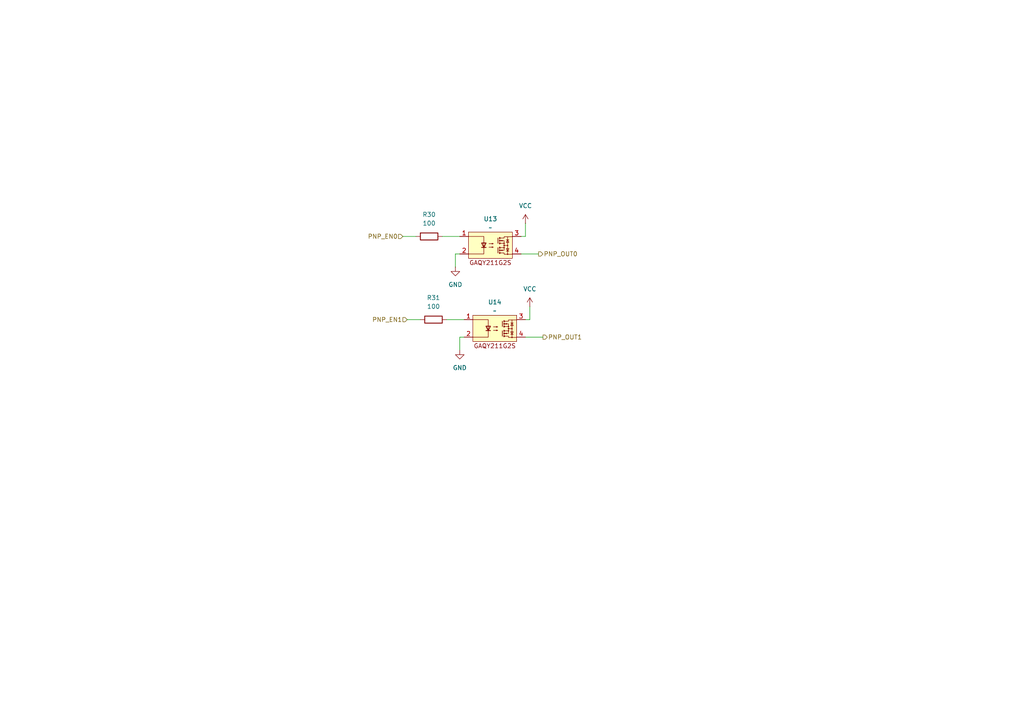
<source format=kicad_sch>
(kicad_sch
	(version 20250114)
	(generator "eeschema")
	(generator_version "9.0")
	(uuid "6b90f695-c192-42b5-bcb6-eae49eac3079")
	(paper "A4")
	(lib_symbols
		(symbol "Device:R"
			(pin_numbers
				(hide yes)
			)
			(pin_names
				(offset 0)
			)
			(exclude_from_sim no)
			(in_bom yes)
			(on_board yes)
			(property "Reference" "R"
				(at 2.032 0 90)
				(effects
					(font
						(size 1.27 1.27)
					)
				)
			)
			(property "Value" "R"
				(at 0 0 90)
				(effects
					(font
						(size 1.27 1.27)
					)
				)
			)
			(property "Footprint" ""
				(at -1.778 0 90)
				(effects
					(font
						(size 1.27 1.27)
					)
					(hide yes)
				)
			)
			(property "Datasheet" "~"
				(at 0 0 0)
				(effects
					(font
						(size 1.27 1.27)
					)
					(hide yes)
				)
			)
			(property "Description" "Resistor"
				(at 0 0 0)
				(effects
					(font
						(size 1.27 1.27)
					)
					(hide yes)
				)
			)
			(property "ki_keywords" "R res resistor"
				(at 0 0 0)
				(effects
					(font
						(size 1.27 1.27)
					)
					(hide yes)
				)
			)
			(property "ki_fp_filters" "R_*"
				(at 0 0 0)
				(effects
					(font
						(size 1.27 1.27)
					)
					(hide yes)
				)
			)
			(symbol "R_0_1"
				(rectangle
					(start -1.016 -2.54)
					(end 1.016 2.54)
					(stroke
						(width 0.254)
						(type default)
					)
					(fill
						(type none)
					)
				)
			)
			(symbol "R_1_1"
				(pin passive line
					(at 0 3.81 270)
					(length 1.27)
					(name "~"
						(effects
							(font
								(size 1.27 1.27)
							)
						)
					)
					(number "1"
						(effects
							(font
								(size 1.27 1.27)
							)
						)
					)
				)
				(pin passive line
					(at 0 -3.81 90)
					(length 1.27)
					(name "~"
						(effects
							(font
								(size 1.27 1.27)
							)
						)
					)
					(number "2"
						(effects
							(font
								(size 1.27 1.27)
							)
						)
					)
				)
			)
			(embedded_fonts no)
		)
		(symbol "Riqi_Parts:GAQY211G2S"
			(exclude_from_sim no)
			(in_bom yes)
			(on_board yes)
			(property "Reference" "U"
				(at 0 0 0)
				(effects
					(font
						(size 1.27 1.27)
					)
				)
			)
			(property "Value" ""
				(at 0 0 0)
				(effects
					(font
						(size 1.27 1.27)
					)
				)
			)
			(property "Footprint" "Package_SO:SO-4_4.4x4.3mm_P2.54mm"
				(at 0 0 0)
				(effects
					(font
						(size 1.27 1.27)
					)
					(hide yes)
				)
			)
			(property "Datasheet" "https://lcsc.com/datasheet/lcsc_datasheet_2411220035_SUPSiC-GAQY211G2S_C7435104.pdf"
				(at 0 0 0)
				(effects
					(font
						(size 1.27 1.27)
					)
					(hide yes)
				)
			)
			(property "Description" ""
				(at 0 0 0)
				(effects
					(font
						(size 1.27 1.27)
					)
					(hide yes)
				)
			)
			(symbol "GAQY211G2S_0_1"
				(polyline
					(pts
						(xy -2.54 -2.54) (xy 1.905 -2.54) (xy 1.905 -4.445)
					)
					(stroke
						(width 0)
						(type default)
					)
					(fill
						(type none)
					)
				)
				(polyline
					(pts
						(xy 1.27 -5.715) (xy 2.54 -5.715)
					)
					(stroke
						(width 0.254)
						(type default)
					)
					(fill
						(type none)
					)
				)
				(polyline
					(pts
						(xy 1.905 -4.191) (xy 1.905 -7.62) (xy -2.54 -7.62)
					)
					(stroke
						(width 0)
						(type default)
					)
					(fill
						(type none)
					)
				)
				(polyline
					(pts
						(xy 1.905 -5.715) (xy 1.27 -4.445) (xy 2.54 -4.445) (xy 1.905 -5.715)
					)
					(stroke
						(width 0.254)
						(type default)
					)
					(fill
						(type none)
					)
				)
				(polyline
					(pts
						(xy 3.4016 -4.6346) (xy 4.6716 -4.6346) (xy 4.2906 -4.7616) (xy 4.2906 -4.5076) (xy 4.6716 -4.6346)
					)
					(stroke
						(width 0)
						(type default)
					)
					(fill
						(type none)
					)
				)
				(polyline
					(pts
						(xy 3.4016 -5.6506) (xy 4.6716 -5.6506) (xy 4.2906 -5.7776) (xy 4.2906 -5.5236) (xy 4.6716 -5.6506)
					)
					(stroke
						(width 0)
						(type default)
					)
					(fill
						(type none)
					)
				)
				(polyline
					(pts
						(xy 6.004 -3.0018) (xy 6.004 -4.5258)
					)
					(stroke
						(width 0.2032)
						(type default)
					)
					(fill
						(type none)
					)
				)
				(polyline
					(pts
						(xy 6.004 -5.7958) (xy 6.004 -7.3198)
					)
					(stroke
						(width 0.2032)
						(type default)
					)
					(fill
						(type none)
					)
				)
				(polyline
					(pts
						(xy 6.512 -2.8748) (xy 6.512 -3.1288) (xy 6.512 -3.1288)
					)
					(stroke
						(width 0.3556)
						(type default)
					)
					(fill
						(type none)
					)
				)
				(polyline
					(pts
						(xy 6.512 -3.6368) (xy 6.512 -3.8908) (xy 6.512 -3.8908)
					)
					(stroke
						(width 0.3556)
						(type default)
					)
					(fill
						(type none)
					)
				)
				(polyline
					(pts
						(xy 6.512 -4.3988) (xy 6.512 -4.6528) (xy 6.512 -4.6528)
					)
					(stroke
						(width 0.3556)
						(type default)
					)
					(fill
						(type none)
					)
				)
				(polyline
					(pts
						(xy 6.512 -5.6688) (xy 6.512 -5.9228)
					)
					(stroke
						(width 0.3556)
						(type default)
					)
					(fill
						(type none)
					)
				)
				(polyline
					(pts
						(xy 6.512 -6.4308) (xy 6.512 -6.6848) (xy 6.512 -6.6848)
					)
					(stroke
						(width 0.3556)
						(type default)
					)
					(fill
						(type none)
					)
				)
				(polyline
					(pts
						(xy 6.512 -7.1928) (xy 6.512 -7.4468) (xy 6.512 -7.4468)
					)
					(stroke
						(width 0.3556)
						(type default)
					)
					(fill
						(type none)
					)
				)
				(polyline
					(pts
						(xy 6.639 -3.0018) (xy 7.782 -3.0018) (xy 7.782 -2.6208) (xy 10.068 -2.6208)
					)
					(stroke
						(width 0)
						(type default)
					)
					(fill
						(type none)
					)
				)
				(polyline
					(pts
						(xy 6.639 -3.7638) (xy 7.782 -3.7638) (xy 7.782 -4.5258)
					)
					(stroke
						(width 0)
						(type default)
					)
					(fill
						(type none)
					)
				)
				(polyline
					(pts
						(xy 6.639 -5.7958) (xy 7.782 -5.7958) (xy 7.782 -4.5258) (xy 6.639 -4.5258)
					)
					(stroke
						(width 0)
						(type default)
					)
					(fill
						(type none)
					)
				)
				(polyline
					(pts
						(xy 6.639 -6.5578) (xy 7.782 -6.5578) (xy 7.782 -5.7958)
					)
					(stroke
						(width 0)
						(type default)
					)
					(fill
						(type none)
					)
				)
				(polyline
					(pts
						(xy 6.639 -7.3198) (xy 7.782 -7.3198) (xy 7.782 -7.7008) (xy 10.068 -7.7008)
					)
					(stroke
						(width 0)
						(type default)
					)
					(fill
						(type none)
					)
				)
				(polyline
					(pts
						(xy 6.766 -3.7638) (xy 7.274 -3.6368) (xy 7.274 -3.8908) (xy 6.766 -3.7638)
					)
					(stroke
						(width 0)
						(type default)
					)
					(fill
						(type none)
					)
				)
				(polyline
					(pts
						(xy 6.766 -6.5578) (xy 7.274 -6.4308) (xy 7.274 -6.6848) (xy 6.766 -6.5578)
					)
					(stroke
						(width 0)
						(type default)
					)
					(fill
						(type none)
					)
				)
				(circle
					(center 7.782 -4.5258)
					(radius 0.127)
					(stroke
						(width 0)
						(type default)
					)
					(fill
						(type none)
					)
				)
				(polyline
					(pts
						(xy 7.782 -5.1608) (xy 8.798 -5.1608)
					)
					(stroke
						(width 0)
						(type default)
					)
					(fill
						(type none)
					)
				)
				(circle
					(center 7.782 -5.1608)
					(radius 0.127)
					(stroke
						(width 0)
						(type default)
					)
					(fill
						(type none)
					)
				)
				(circle
					(center 7.782 -5.7958)
					(radius 0.127)
					(stroke
						(width 0)
						(type default)
					)
					(fill
						(type none)
					)
				)
				(polyline
					(pts
						(xy 8.417 -3.5098) (xy 9.179 -3.5098)
					)
					(stroke
						(width 0)
						(type default)
					)
					(fill
						(type none)
					)
				)
				(polyline
					(pts
						(xy 8.417 -6.8118) (xy 9.179 -6.8118)
					)
					(stroke
						(width 0)
						(type default)
					)
					(fill
						(type none)
					)
				)
				(polyline
					(pts
						(xy 8.798 -3.5098) (xy 8.417 -4.2718) (xy 9.179 -4.2718) (xy 8.798 -3.5098)
					)
					(stroke
						(width 0)
						(type default)
					)
					(fill
						(type none)
					)
				)
				(circle
					(center 8.798 -5.1608)
					(radius 0.127)
					(stroke
						(width 0)
						(type default)
					)
					(fill
						(type none)
					)
				)
				(polyline
					(pts
						(xy 8.798 -6.8118) (xy 8.417 -6.0498) (xy 9.179 -6.0498) (xy 8.798 -6.8118)
					)
					(stroke
						(width 0)
						(type default)
					)
					(fill
						(type none)
					)
				)
				(polyline
					(pts
						(xy 8.798 -7.7008) (xy 8.798 -2.6208)
					)
					(stroke
						(width 0)
						(type default)
					)
					(fill
						(type none)
					)
				)
				(circle
					(center 8.798 -7.7008)
					(radius 0.127)
					(stroke
						(width 0)
						(type default)
					)
					(fill
						(type none)
					)
				)
			)
			(symbol "GAQY211G2S_1_1"
				(rectangle
					(start -2.54 -1.27)
					(end 10.16 -8.89)
					(stroke
						(width 0)
						(type solid)
					)
					(fill
						(type background)
					)
				)
				(text "GAQY211G2S\n"
					(at 3.81 -10.16 0)
					(effects
						(font
							(size 1.27 1.27)
						)
					)
				)
				(pin input line
					(at -5.08 -2.54 0)
					(length 2.54)
					(name ""
						(effects
							(font
								(size 1.27 1.27)
							)
						)
					)
					(number "1"
						(effects
							(font
								(size 1.27 1.27)
							)
						)
					)
				)
				(pin input line
					(at -5.08 -7.62 0)
					(length 2.54)
					(name ""
						(effects
							(font
								(size 1.27 1.27)
							)
						)
					)
					(number "2"
						(effects
							(font
								(size 1.27 1.27)
							)
						)
					)
				)
				(pin input line
					(at 12.7 -2.54 180)
					(length 2.54)
					(name ""
						(effects
							(font
								(size 1.27 1.27)
							)
						)
					)
					(number "3"
						(effects
							(font
								(size 1.27 1.27)
							)
						)
					)
				)
				(pin input line
					(at 12.7 -7.62 180)
					(length 2.54)
					(name ""
						(effects
							(font
								(size 1.27 1.27)
							)
						)
					)
					(number "4"
						(effects
							(font
								(size 1.27 1.27)
							)
						)
					)
				)
			)
			(embedded_fonts no)
		)
		(symbol "power:GND"
			(power)
			(pin_numbers
				(hide yes)
			)
			(pin_names
				(offset 0)
				(hide yes)
			)
			(exclude_from_sim no)
			(in_bom yes)
			(on_board yes)
			(property "Reference" "#PWR"
				(at 0 -6.35 0)
				(effects
					(font
						(size 1.27 1.27)
					)
					(hide yes)
				)
			)
			(property "Value" "GND"
				(at 0 -3.81 0)
				(effects
					(font
						(size 1.27 1.27)
					)
				)
			)
			(property "Footprint" ""
				(at 0 0 0)
				(effects
					(font
						(size 1.27 1.27)
					)
					(hide yes)
				)
			)
			(property "Datasheet" ""
				(at 0 0 0)
				(effects
					(font
						(size 1.27 1.27)
					)
					(hide yes)
				)
			)
			(property "Description" "Power symbol creates a global label with name \"GND\" , ground"
				(at 0 0 0)
				(effects
					(font
						(size 1.27 1.27)
					)
					(hide yes)
				)
			)
			(property "ki_keywords" "global power"
				(at 0 0 0)
				(effects
					(font
						(size 1.27 1.27)
					)
					(hide yes)
				)
			)
			(symbol "GND_0_1"
				(polyline
					(pts
						(xy 0 0) (xy 0 -1.27) (xy 1.27 -1.27) (xy 0 -2.54) (xy -1.27 -1.27) (xy 0 -1.27)
					)
					(stroke
						(width 0)
						(type default)
					)
					(fill
						(type none)
					)
				)
			)
			(symbol "GND_1_1"
				(pin power_in line
					(at 0 0 270)
					(length 0)
					(name "~"
						(effects
							(font
								(size 1.27 1.27)
							)
						)
					)
					(number "1"
						(effects
							(font
								(size 1.27 1.27)
							)
						)
					)
				)
			)
			(embedded_fonts no)
		)
		(symbol "power:VCC"
			(power)
			(pin_numbers
				(hide yes)
			)
			(pin_names
				(offset 0)
				(hide yes)
			)
			(exclude_from_sim no)
			(in_bom yes)
			(on_board yes)
			(property "Reference" "#PWR"
				(at 0 -3.81 0)
				(effects
					(font
						(size 1.27 1.27)
					)
					(hide yes)
				)
			)
			(property "Value" "VCC"
				(at 0 3.556 0)
				(effects
					(font
						(size 1.27 1.27)
					)
				)
			)
			(property "Footprint" ""
				(at 0 0 0)
				(effects
					(font
						(size 1.27 1.27)
					)
					(hide yes)
				)
			)
			(property "Datasheet" ""
				(at 0 0 0)
				(effects
					(font
						(size 1.27 1.27)
					)
					(hide yes)
				)
			)
			(property "Description" "Power symbol creates a global label with name \"VCC\""
				(at 0 0 0)
				(effects
					(font
						(size 1.27 1.27)
					)
					(hide yes)
				)
			)
			(property "ki_keywords" "global power"
				(at 0 0 0)
				(effects
					(font
						(size 1.27 1.27)
					)
					(hide yes)
				)
			)
			(symbol "VCC_0_1"
				(polyline
					(pts
						(xy -0.762 1.27) (xy 0 2.54)
					)
					(stroke
						(width 0)
						(type default)
					)
					(fill
						(type none)
					)
				)
				(polyline
					(pts
						(xy 0 2.54) (xy 0.762 1.27)
					)
					(stroke
						(width 0)
						(type default)
					)
					(fill
						(type none)
					)
				)
				(polyline
					(pts
						(xy 0 0) (xy 0 2.54)
					)
					(stroke
						(width 0)
						(type default)
					)
					(fill
						(type none)
					)
				)
			)
			(symbol "VCC_1_1"
				(pin power_in line
					(at 0 0 90)
					(length 0)
					(name "~"
						(effects
							(font
								(size 1.27 1.27)
							)
						)
					)
					(number "1"
						(effects
							(font
								(size 1.27 1.27)
							)
						)
					)
				)
			)
			(embedded_fonts no)
		)
	)
	(wire
		(pts
			(xy 118.11 92.71) (xy 121.92 92.71)
		)
		(stroke
			(width 0)
			(type default)
		)
		(uuid "3245a4c3-9344-4301-9acd-070dbedeebca")
	)
	(wire
		(pts
			(xy 128.27 68.58) (xy 133.35 68.58)
		)
		(stroke
			(width 0)
			(type default)
		)
		(uuid "32ecf3bf-b94a-4a15-a4a2-bd1a7fdfa625")
	)
	(wire
		(pts
			(xy 151.13 68.58) (xy 152.4 68.58)
		)
		(stroke
			(width 0)
			(type default)
		)
		(uuid "3ebd1996-2deb-4b2e-93c9-2b601b031353")
	)
	(wire
		(pts
			(xy 153.67 92.71) (xy 153.67 88.9)
		)
		(stroke
			(width 0)
			(type default)
		)
		(uuid "4646760c-d6ee-4fe4-9aa4-aa4ccc450384")
	)
	(wire
		(pts
			(xy 129.54 92.71) (xy 134.62 92.71)
		)
		(stroke
			(width 0)
			(type default)
		)
		(uuid "50d0cb99-7ee6-4582-ae40-b0182baddb1a")
	)
	(wire
		(pts
			(xy 152.4 97.79) (xy 157.48 97.79)
		)
		(stroke
			(width 0)
			(type default)
		)
		(uuid "62853d0e-11ad-425c-88bf-41b9a11a038b")
	)
	(wire
		(pts
			(xy 133.35 101.6) (xy 133.35 97.79)
		)
		(stroke
			(width 0)
			(type default)
		)
		(uuid "6f31c9bd-6b45-4947-9ba8-c7c8d5fb446d")
	)
	(wire
		(pts
			(xy 132.08 77.47) (xy 132.08 73.66)
		)
		(stroke
			(width 0)
			(type default)
		)
		(uuid "7cc5ed8b-353e-4f2f-8f1d-a0950a2f3561")
	)
	(wire
		(pts
			(xy 133.35 97.79) (xy 134.62 97.79)
		)
		(stroke
			(width 0)
			(type default)
		)
		(uuid "7e24afa5-e55a-45a7-9563-42a299285ab8")
	)
	(wire
		(pts
			(xy 116.84 68.58) (xy 120.65 68.58)
		)
		(stroke
			(width 0)
			(type default)
		)
		(uuid "8e6cfb6f-e0bc-4810-99ba-201aeecb9e34")
	)
	(wire
		(pts
			(xy 132.08 73.66) (xy 133.35 73.66)
		)
		(stroke
			(width 0)
			(type default)
		)
		(uuid "9a9c72db-6948-4fd1-9eb5-44169f9f2e77")
	)
	(wire
		(pts
			(xy 152.4 92.71) (xy 153.67 92.71)
		)
		(stroke
			(width 0)
			(type default)
		)
		(uuid "cc84b4d9-0752-4f6f-90bf-b0bad945f0cf")
	)
	(wire
		(pts
			(xy 151.13 73.66) (xy 156.21 73.66)
		)
		(stroke
			(width 0)
			(type default)
		)
		(uuid "d8d13438-f9f8-4f7f-99c5-f8ddab16c8f3")
	)
	(wire
		(pts
			(xy 152.4 68.58) (xy 152.4 64.77)
		)
		(stroke
			(width 0)
			(type default)
		)
		(uuid "f94fe292-8a1b-4d9c-b24d-56ec6692c143")
	)
	(hierarchical_label "PNP_OUT1"
		(shape output)
		(at 157.48 97.79 0)
		(effects
			(font
				(size 1.27 1.27)
			)
			(justify left)
		)
		(uuid "2f91d937-7aee-404f-9c04-a165a1e61db0")
	)
	(hierarchical_label "PNP_OUT0"
		(shape output)
		(at 156.21 73.66 0)
		(effects
			(font
				(size 1.27 1.27)
			)
			(justify left)
		)
		(uuid "314a2d2a-972b-49bc-808b-65028d823b25")
	)
	(hierarchical_label "PNP_EN0"
		(shape input)
		(at 116.84 68.58 180)
		(effects
			(font
				(size 1.27 1.27)
			)
			(justify right)
		)
		(uuid "5721e82c-43f0-46d1-a56f-960f8350c2b0")
	)
	(hierarchical_label "PNP_EN1"
		(shape input)
		(at 118.11 92.71 180)
		(effects
			(font
				(size 1.27 1.27)
			)
			(justify right)
		)
		(uuid "6c69187f-f5b6-419d-90b7-a5eb883fcb25")
	)
	(symbol
		(lib_id "Riqi_Parts:GAQY211G2S")
		(at 139.7 90.17 0)
		(unit 1)
		(exclude_from_sim no)
		(in_bom yes)
		(on_board yes)
		(dnp no)
		(fields_autoplaced yes)
		(uuid "0811d423-dc83-44a7-bac4-f28d24daba94")
		(property "Reference" "U14"
			(at 143.51 87.63 0)
			(effects
				(font
					(size 1.27 1.27)
				)
			)
		)
		(property "Value" "~"
			(at 143.51 90.17 0)
			(effects
				(font
					(size 1.27 1.27)
				)
			)
		)
		(property "Footprint" "Package_SO:SO-4_4.4x4.3mm_P2.54mm"
			(at 139.7 90.17 0)
			(effects
				(font
					(size 1.27 1.27)
				)
				(hide yes)
			)
		)
		(property "Datasheet" "https://lcsc.com/datasheet/lcsc_datasheet_2411220035_SUPSiC-GAQY211G2S_C7435104.pdf"
			(at 139.7 90.17 0)
			(effects
				(font
					(size 1.27 1.27)
				)
				(hide yes)
			)
		)
		(property "Description" ""
			(at 139.7 90.17 0)
			(effects
				(font
					(size 1.27 1.27)
				)
				(hide yes)
			)
		)
		(pin "3"
			(uuid "6956385a-df38-40ba-a148-6655bf2463a7")
		)
		(pin "1"
			(uuid "31d46872-1822-478c-bbea-db2fff7c4830")
		)
		(pin "2"
			(uuid "614e8f95-864c-44ec-83cf-55ed048c031f")
		)
		(pin "4"
			(uuid "2308afe4-ca82-4b68-95cd-3aaf21f1738a")
		)
		(instances
			(project "NIVARA"
				(path "/8290cc18-06d0-4e02-a781-29a61ebc321a/9e4d7a0c-a5eb-4e88-9036-0c35e68b279a/75a26718-4d1a-4f94-8a92-dbb42fb796de"
					(reference "U14")
					(unit 1)
				)
			)
			(project "NIVARA_ZorionX_BOARD"
				(path "/8e19332e-3534-4a04-99a8-04957ac8928f/75a26718-4d1a-4f94-8a92-dbb42fb796de"
					(reference "U?")
					(unit 1)
				)
			)
		)
	)
	(symbol
		(lib_id "Riqi_Parts:GAQY211G2S")
		(at 138.43 66.04 0)
		(unit 1)
		(exclude_from_sim no)
		(in_bom yes)
		(on_board yes)
		(dnp no)
		(fields_autoplaced yes)
		(uuid "46c6d2e1-33d5-4826-a9c7-c7cde65d96fe")
		(property "Reference" "U13"
			(at 142.24 63.5 0)
			(effects
				(font
					(size 1.27 1.27)
				)
			)
		)
		(property "Value" "~"
			(at 142.24 66.04 0)
			(effects
				(font
					(size 1.27 1.27)
				)
			)
		)
		(property "Footprint" "Package_SO:SO-4_4.4x4.3mm_P2.54mm"
			(at 138.43 66.04 0)
			(effects
				(font
					(size 1.27 1.27)
				)
				(hide yes)
			)
		)
		(property "Datasheet" "https://lcsc.com/datasheet/lcsc_datasheet_2411220035_SUPSiC-GAQY211G2S_C7435104.pdf"
			(at 138.43 66.04 0)
			(effects
				(font
					(size 1.27 1.27)
				)
				(hide yes)
			)
		)
		(property "Description" ""
			(at 138.43 66.04 0)
			(effects
				(font
					(size 1.27 1.27)
				)
				(hide yes)
			)
		)
		(pin "3"
			(uuid "d9622907-61f9-434c-87c3-53549ec9b44e")
		)
		(pin "1"
			(uuid "9fcb584d-0bc0-45da-8fbf-c2fec62835fe")
		)
		(pin "2"
			(uuid "83df3f4c-2a9d-4e6c-97dc-f1134a5bfa50")
		)
		(pin "4"
			(uuid "d0497e73-7f72-4472-aefd-835f9d2ee9da")
		)
		(instances
			(project ""
				(path "/8290cc18-06d0-4e02-a781-29a61ebc321a/9e4d7a0c-a5eb-4e88-9036-0c35e68b279a/75a26718-4d1a-4f94-8a92-dbb42fb796de"
					(reference "U13")
					(unit 1)
				)
			)
			(project "NIVARA_ZorionX_BOARD"
				(path "/8e19332e-3534-4a04-99a8-04957ac8928f/75a26718-4d1a-4f94-8a92-dbb42fb796de"
					(reference "U?")
					(unit 1)
				)
			)
		)
	)
	(symbol
		(lib_id "power:GND")
		(at 133.35 101.6 0)
		(unit 1)
		(exclude_from_sim no)
		(in_bom yes)
		(on_board yes)
		(dnp no)
		(fields_autoplaced yes)
		(uuid "60209b14-de42-4cb0-8dad-2620a845bc89")
		(property "Reference" "#PWR062"
			(at 133.35 107.95 0)
			(effects
				(font
					(size 1.27 1.27)
				)
				(hide yes)
			)
		)
		(property "Value" "GND"
			(at 133.35 106.68 0)
			(effects
				(font
					(size 1.27 1.27)
				)
			)
		)
		(property "Footprint" ""
			(at 133.35 101.6 0)
			(effects
				(font
					(size 1.27 1.27)
				)
				(hide yes)
			)
		)
		(property "Datasheet" ""
			(at 133.35 101.6 0)
			(effects
				(font
					(size 1.27 1.27)
				)
				(hide yes)
			)
		)
		(property "Description" "Power symbol creates a global label with name \"GND\" , ground"
			(at 133.35 101.6 0)
			(effects
				(font
					(size 1.27 1.27)
				)
				(hide yes)
			)
		)
		(pin "1"
			(uuid "6f838582-e6ea-4837-a3a2-8fec18e72638")
		)
		(instances
			(project "NIVARA"
				(path "/8290cc18-06d0-4e02-a781-29a61ebc321a/9e4d7a0c-a5eb-4e88-9036-0c35e68b279a/75a26718-4d1a-4f94-8a92-dbb42fb796de"
					(reference "#PWR062")
					(unit 1)
				)
			)
			(project "NIVARA_ZorionX_BOARD"
				(path "/8e19332e-3534-4a04-99a8-04957ac8928f/75a26718-4d1a-4f94-8a92-dbb42fb796de"
					(reference "#PWR?")
					(unit 1)
				)
			)
		)
	)
	(symbol
		(lib_id "power:VCC")
		(at 153.67 88.9 0)
		(unit 1)
		(exclude_from_sim no)
		(in_bom yes)
		(on_board yes)
		(dnp no)
		(fields_autoplaced yes)
		(uuid "6b7f8dbd-0917-4624-947f-4110adeedc99")
		(property "Reference" "#PWR064"
			(at 153.67 92.71 0)
			(effects
				(font
					(size 1.27 1.27)
				)
				(hide yes)
			)
		)
		(property "Value" "VCC"
			(at 153.67 83.82 0)
			(effects
				(font
					(size 1.27 1.27)
				)
			)
		)
		(property "Footprint" ""
			(at 153.67 88.9 0)
			(effects
				(font
					(size 1.27 1.27)
				)
				(hide yes)
			)
		)
		(property "Datasheet" ""
			(at 153.67 88.9 0)
			(effects
				(font
					(size 1.27 1.27)
				)
				(hide yes)
			)
		)
		(property "Description" "Power symbol creates a global label with name \"VCC\""
			(at 153.67 88.9 0)
			(effects
				(font
					(size 1.27 1.27)
				)
				(hide yes)
			)
		)
		(pin "1"
			(uuid "1a2fefd0-2ab7-41c7-a6d7-e026a5ffc4ea")
		)
		(instances
			(project "NIVARA"
				(path "/8290cc18-06d0-4e02-a781-29a61ebc321a/9e4d7a0c-a5eb-4e88-9036-0c35e68b279a/75a26718-4d1a-4f94-8a92-dbb42fb796de"
					(reference "#PWR064")
					(unit 1)
				)
			)
			(project "NIVARA_ZorionX_BOARD"
				(path "/8e19332e-3534-4a04-99a8-04957ac8928f/75a26718-4d1a-4f94-8a92-dbb42fb796de"
					(reference "#PWR?")
					(unit 1)
				)
			)
		)
	)
	(symbol
		(lib_id "power:GND")
		(at 132.08 77.47 0)
		(unit 1)
		(exclude_from_sim no)
		(in_bom yes)
		(on_board yes)
		(dnp no)
		(fields_autoplaced yes)
		(uuid "a741e774-7e8b-4d99-bf4a-9f82c2a19caa")
		(property "Reference" "#PWR061"
			(at 132.08 83.82 0)
			(effects
				(font
					(size 1.27 1.27)
				)
				(hide yes)
			)
		)
		(property "Value" "GND"
			(at 132.08 82.55 0)
			(effects
				(font
					(size 1.27 1.27)
				)
			)
		)
		(property "Footprint" ""
			(at 132.08 77.47 0)
			(effects
				(font
					(size 1.27 1.27)
				)
				(hide yes)
			)
		)
		(property "Datasheet" ""
			(at 132.08 77.47 0)
			(effects
				(font
					(size 1.27 1.27)
				)
				(hide yes)
			)
		)
		(property "Description" "Power symbol creates a global label with name \"GND\" , ground"
			(at 132.08 77.47 0)
			(effects
				(font
					(size 1.27 1.27)
				)
				(hide yes)
			)
		)
		(pin "1"
			(uuid "0f3350c7-acf8-42a7-adaf-8b3f01d0e634")
		)
		(instances
			(project "NIVARA"
				(path "/8290cc18-06d0-4e02-a781-29a61ebc321a/9e4d7a0c-a5eb-4e88-9036-0c35e68b279a/75a26718-4d1a-4f94-8a92-dbb42fb796de"
					(reference "#PWR061")
					(unit 1)
				)
			)
			(project "NIVARA_ZorionX_BOARD"
				(path "/8e19332e-3534-4a04-99a8-04957ac8928f/75a26718-4d1a-4f94-8a92-dbb42fb796de"
					(reference "#PWR?")
					(unit 1)
				)
			)
		)
	)
	(symbol
		(lib_id "Device:R")
		(at 125.73 92.71 90)
		(unit 1)
		(exclude_from_sim no)
		(in_bom yes)
		(on_board yes)
		(dnp no)
		(fields_autoplaced yes)
		(uuid "b9e6acd4-a0c9-48c7-857f-2613e16cd958")
		(property "Reference" "R31"
			(at 125.73 86.36 90)
			(effects
				(font
					(size 1.27 1.27)
				)
			)
		)
		(property "Value" "100"
			(at 125.73 88.9 90)
			(effects
				(font
					(size 1.27 1.27)
				)
			)
		)
		(property "Footprint" "Resistor_SMD:R_0603_1608Metric"
			(at 125.73 94.488 90)
			(effects
				(font
					(size 1.27 1.27)
				)
				(hide yes)
			)
		)
		(property "Datasheet" "~"
			(at 125.73 92.71 0)
			(effects
				(font
					(size 1.27 1.27)
				)
				(hide yes)
			)
		)
		(property "Description" "Resistor"
			(at 125.73 92.71 0)
			(effects
				(font
					(size 1.27 1.27)
				)
				(hide yes)
			)
		)
		(pin "1"
			(uuid "685d475c-a39a-458f-9563-f75caa10202a")
		)
		(pin "2"
			(uuid "fd161cb3-6781-4fc9-8313-9aba681c498c")
		)
		(instances
			(project "NIVARA"
				(path "/8290cc18-06d0-4e02-a781-29a61ebc321a/9e4d7a0c-a5eb-4e88-9036-0c35e68b279a/75a26718-4d1a-4f94-8a92-dbb42fb796de"
					(reference "R31")
					(unit 1)
				)
			)
			(project "NIVARA_ZorionX_BOARD"
				(path "/8e19332e-3534-4a04-99a8-04957ac8928f/75a26718-4d1a-4f94-8a92-dbb42fb796de"
					(reference "R?")
					(unit 1)
				)
			)
		)
	)
	(symbol
		(lib_id "Device:R")
		(at 124.46 68.58 90)
		(unit 1)
		(exclude_from_sim no)
		(in_bom yes)
		(on_board yes)
		(dnp no)
		(fields_autoplaced yes)
		(uuid "ba29a8fe-c60c-4cf3-baf8-2e87389e5dd8")
		(property "Reference" "R30"
			(at 124.46 62.23 90)
			(effects
				(font
					(size 1.27 1.27)
				)
			)
		)
		(property "Value" "100"
			(at 124.46 64.77 90)
			(effects
				(font
					(size 1.27 1.27)
				)
			)
		)
		(property "Footprint" "Resistor_SMD:R_0603_1608Metric"
			(at 124.46 70.358 90)
			(effects
				(font
					(size 1.27 1.27)
				)
				(hide yes)
			)
		)
		(property "Datasheet" "~"
			(at 124.46 68.58 0)
			(effects
				(font
					(size 1.27 1.27)
				)
				(hide yes)
			)
		)
		(property "Description" "Resistor"
			(at 124.46 68.58 0)
			(effects
				(font
					(size 1.27 1.27)
				)
				(hide yes)
			)
		)
		(pin "1"
			(uuid "c67698f5-8441-498c-a763-73884e793d87")
		)
		(pin "2"
			(uuid "79abff8e-47c3-4d8a-93f3-99b72d8270f3")
		)
		(instances
			(project "NIVARA"
				(path "/8290cc18-06d0-4e02-a781-29a61ebc321a/9e4d7a0c-a5eb-4e88-9036-0c35e68b279a/75a26718-4d1a-4f94-8a92-dbb42fb796de"
					(reference "R30")
					(unit 1)
				)
			)
			(project "NIVARA_ZorionX_BOARD"
				(path "/8e19332e-3534-4a04-99a8-04957ac8928f/75a26718-4d1a-4f94-8a92-dbb42fb796de"
					(reference "R?")
					(unit 1)
				)
			)
		)
	)
	(symbol
		(lib_id "power:VCC")
		(at 152.4 64.77 0)
		(unit 1)
		(exclude_from_sim no)
		(in_bom yes)
		(on_board yes)
		(dnp no)
		(fields_autoplaced yes)
		(uuid "d2ac5b92-9a8a-49f4-adb7-87bce3c97c9d")
		(property "Reference" "#PWR063"
			(at 152.4 68.58 0)
			(effects
				(font
					(size 1.27 1.27)
				)
				(hide yes)
			)
		)
		(property "Value" "VCC"
			(at 152.4 59.69 0)
			(effects
				(font
					(size 1.27 1.27)
				)
			)
		)
		(property "Footprint" ""
			(at 152.4 64.77 0)
			(effects
				(font
					(size 1.27 1.27)
				)
				(hide yes)
			)
		)
		(property "Datasheet" ""
			(at 152.4 64.77 0)
			(effects
				(font
					(size 1.27 1.27)
				)
				(hide yes)
			)
		)
		(property "Description" "Power symbol creates a global label with name \"VCC\""
			(at 152.4 64.77 0)
			(effects
				(font
					(size 1.27 1.27)
				)
				(hide yes)
			)
		)
		(pin "1"
			(uuid "2665c9c9-d191-4833-b9de-992d71c28951")
		)
		(instances
			(project "NIVARA"
				(path "/8290cc18-06d0-4e02-a781-29a61ebc321a/9e4d7a0c-a5eb-4e88-9036-0c35e68b279a/75a26718-4d1a-4f94-8a92-dbb42fb796de"
					(reference "#PWR063")
					(unit 1)
				)
			)
			(project "NIVARA_ZorionX_BOARD"
				(path "/8e19332e-3534-4a04-99a8-04957ac8928f/75a26718-4d1a-4f94-8a92-dbb42fb796de"
					(reference "#PWR?")
					(unit 1)
				)
			)
		)
	)
)

</source>
